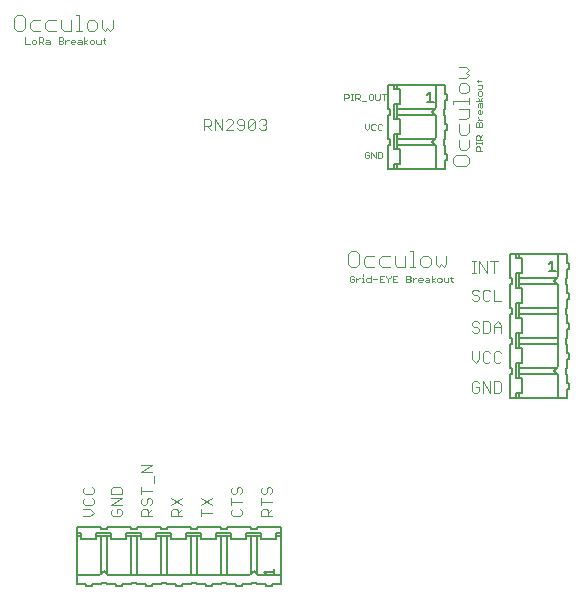
<source format=gto>
G75*
%MOIN*%
%OFA0B0*%
%FSLAX25Y25*%
%IPPOS*%
%LPD*%
%AMOC8*
5,1,8,0,0,1.08239X$1,22.5*
%
%ADD10C,0.00200*%
%ADD11C,0.00300*%
%ADD12C,0.00400*%
%ADD13C,0.00600*%
%ADD14C,0.00500*%
D10*
X0599058Y0170617D02*
X0599058Y0172819D01*
X0600159Y0172819D01*
X0600526Y0172452D01*
X0600526Y0171718D01*
X0600159Y0171351D01*
X0599058Y0171351D01*
X0601268Y0170617D02*
X0602002Y0170617D01*
X0601635Y0170617D02*
X0601635Y0172819D01*
X0601268Y0172819D02*
X0602002Y0172819D01*
X0602741Y0172819D02*
X0603842Y0172819D01*
X0604209Y0172452D01*
X0604209Y0171718D01*
X0603842Y0171351D01*
X0602741Y0171351D01*
X0602741Y0170617D02*
X0602741Y0172819D01*
X0603475Y0171351D02*
X0604209Y0170617D01*
X0604951Y0170250D02*
X0606419Y0170250D01*
X0607161Y0170984D02*
X0607528Y0170617D01*
X0608262Y0170617D01*
X0608629Y0170984D01*
X0608629Y0172452D01*
X0608262Y0172819D01*
X0607528Y0172819D01*
X0607161Y0172452D01*
X0607161Y0170984D01*
X0609371Y0170984D02*
X0609371Y0172819D01*
X0610839Y0172819D02*
X0610839Y0170984D01*
X0610472Y0170617D01*
X0609738Y0170617D01*
X0609371Y0170984D01*
X0611581Y0172819D02*
X0613049Y0172819D01*
X0612315Y0172819D02*
X0612315Y0170617D01*
X0611454Y0162819D02*
X0610720Y0162819D01*
X0610353Y0162452D01*
X0610353Y0160984D01*
X0610720Y0160617D01*
X0611454Y0160617D01*
X0611821Y0160984D01*
X0611821Y0162452D02*
X0611454Y0162819D01*
X0609611Y0162452D02*
X0609244Y0162819D01*
X0608510Y0162819D01*
X0608143Y0162452D01*
X0608143Y0160984D01*
X0608510Y0160617D01*
X0609244Y0160617D01*
X0609611Y0160984D01*
X0607401Y0161351D02*
X0607401Y0162819D01*
X0605933Y0162819D02*
X0605933Y0161351D01*
X0606667Y0160617D01*
X0607401Y0161351D01*
X0607034Y0153444D02*
X0606300Y0153444D01*
X0605933Y0153077D01*
X0605933Y0151609D01*
X0606300Y0151242D01*
X0607034Y0151242D01*
X0607401Y0151609D01*
X0607401Y0152343D01*
X0606667Y0152343D01*
X0607401Y0153077D02*
X0607034Y0153444D01*
X0608143Y0153444D02*
X0609611Y0151242D01*
X0609611Y0153444D01*
X0610353Y0153444D02*
X0611454Y0153444D01*
X0611821Y0153077D01*
X0611821Y0151609D01*
X0611454Y0151242D01*
X0610353Y0151242D01*
X0610353Y0153444D01*
X0608143Y0153444D02*
X0608143Y0151242D01*
X0642906Y0153742D02*
X0642906Y0154843D01*
X0643273Y0155210D01*
X0644007Y0155210D01*
X0644374Y0154843D01*
X0644374Y0153742D01*
X0645108Y0153742D02*
X0642906Y0153742D01*
X0642906Y0155952D02*
X0642906Y0156685D01*
X0642906Y0156319D02*
X0645108Y0156319D01*
X0645108Y0156685D02*
X0645108Y0155952D01*
X0645108Y0157425D02*
X0642906Y0157425D01*
X0642906Y0158526D01*
X0643273Y0158893D01*
X0644007Y0158893D01*
X0644374Y0158526D01*
X0644374Y0157425D01*
X0644374Y0158159D02*
X0645108Y0158893D01*
X0645108Y0161845D02*
X0645108Y0162945D01*
X0644741Y0163312D01*
X0644374Y0163312D01*
X0644007Y0162945D01*
X0644007Y0161845D01*
X0644007Y0162945D02*
X0643640Y0163312D01*
X0643273Y0163312D01*
X0642906Y0162945D01*
X0642906Y0161845D01*
X0645108Y0161845D01*
X0645108Y0164054D02*
X0643640Y0164054D01*
X0644374Y0164054D02*
X0643640Y0164788D01*
X0643640Y0165155D01*
X0644007Y0165896D02*
X0643640Y0166263D01*
X0643640Y0166997D01*
X0644007Y0167364D01*
X0644374Y0167364D01*
X0644374Y0165896D01*
X0644741Y0165896D02*
X0644007Y0165896D01*
X0644741Y0165896D02*
X0645108Y0166263D01*
X0645108Y0166997D01*
X0644741Y0168106D02*
X0644374Y0168473D01*
X0644374Y0169574D01*
X0644007Y0169574D02*
X0645108Y0169574D01*
X0645108Y0168473D01*
X0644741Y0168106D01*
X0643640Y0168473D02*
X0643640Y0169207D01*
X0644007Y0169574D01*
X0644374Y0170316D02*
X0643640Y0171417D01*
X0644007Y0172157D02*
X0644741Y0172157D01*
X0645108Y0172524D01*
X0645108Y0173258D01*
X0644741Y0173625D01*
X0644007Y0173625D01*
X0643640Y0173258D01*
X0643640Y0172524D01*
X0644007Y0172157D01*
X0645108Y0171417D02*
X0644374Y0170316D01*
X0645108Y0170316D02*
X0642906Y0170316D01*
X0643640Y0174367D02*
X0644741Y0174367D01*
X0645108Y0174734D01*
X0645108Y0175835D01*
X0643640Y0175835D01*
X0643640Y0176577D02*
X0643640Y0177311D01*
X0643273Y0176944D02*
X0644741Y0176944D01*
X0645108Y0177311D01*
X0519324Y0189367D02*
X0518957Y0189734D01*
X0518957Y0191202D01*
X0518590Y0190835D02*
X0519324Y0190835D01*
X0517848Y0190835D02*
X0517848Y0189367D01*
X0516747Y0189367D01*
X0516380Y0189734D01*
X0516380Y0190835D01*
X0515638Y0190468D02*
X0515271Y0190835D01*
X0514537Y0190835D01*
X0514171Y0190468D01*
X0514171Y0189734D01*
X0514537Y0189367D01*
X0515271Y0189367D01*
X0515638Y0189734D01*
X0515638Y0190468D01*
X0513430Y0190835D02*
X0512329Y0190101D01*
X0513430Y0189367D01*
X0512329Y0189367D02*
X0512329Y0191569D01*
X0511587Y0190468D02*
X0511587Y0189367D01*
X0510486Y0189367D01*
X0510119Y0189734D01*
X0510486Y0190101D01*
X0511587Y0190101D01*
X0511587Y0190468D02*
X0511220Y0190835D01*
X0510486Y0190835D01*
X0509377Y0190468D02*
X0509377Y0190101D01*
X0507909Y0190101D01*
X0507909Y0189734D02*
X0507909Y0190468D01*
X0508276Y0190835D01*
X0509010Y0190835D01*
X0509377Y0190468D01*
X0509010Y0189367D02*
X0508276Y0189367D01*
X0507909Y0189734D01*
X0507169Y0190835D02*
X0506802Y0190835D01*
X0506068Y0190101D01*
X0506068Y0189367D02*
X0506068Y0190835D01*
X0505326Y0190835D02*
X0504959Y0190468D01*
X0503858Y0190468D01*
X0503858Y0191569D02*
X0504959Y0191569D01*
X0505326Y0191202D01*
X0505326Y0190835D01*
X0504959Y0190468D02*
X0505326Y0190101D01*
X0505326Y0189734D01*
X0504959Y0189367D01*
X0503858Y0189367D01*
X0503858Y0191569D01*
X0500906Y0190468D02*
X0500906Y0189367D01*
X0499805Y0189367D01*
X0499438Y0189734D01*
X0499805Y0190101D01*
X0500906Y0190101D01*
X0500906Y0190468D02*
X0500539Y0190835D01*
X0499805Y0190835D01*
X0498696Y0191202D02*
X0498696Y0190468D01*
X0498329Y0190101D01*
X0497228Y0190101D01*
X0497962Y0190101D02*
X0498696Y0189367D01*
X0497228Y0189367D02*
X0497228Y0191569D01*
X0498329Y0191569D01*
X0498696Y0191202D01*
X0496486Y0190468D02*
X0496486Y0189734D01*
X0496119Y0189367D01*
X0495385Y0189367D01*
X0495018Y0189734D01*
X0495018Y0190468D01*
X0495385Y0190835D01*
X0496119Y0190835D01*
X0496486Y0190468D01*
X0494276Y0189367D02*
X0492808Y0189367D01*
X0492808Y0191569D01*
X0600933Y0111827D02*
X0600933Y0110359D01*
X0601300Y0109992D01*
X0602034Y0109992D01*
X0602401Y0110359D01*
X0602401Y0111093D01*
X0601667Y0111093D01*
X0600933Y0111827D02*
X0601300Y0112194D01*
X0602034Y0112194D01*
X0602401Y0111827D01*
X0603143Y0111460D02*
X0603143Y0109992D01*
X0603143Y0110726D02*
X0603877Y0111460D01*
X0604244Y0111460D01*
X0604985Y0111460D02*
X0605352Y0111460D01*
X0605352Y0109992D01*
X0604985Y0109992D02*
X0605719Y0109992D01*
X0606458Y0110359D02*
X0606458Y0111093D01*
X0606825Y0111460D01*
X0607926Y0111460D01*
X0607926Y0112194D02*
X0607926Y0109992D01*
X0606825Y0109992D01*
X0606458Y0110359D01*
X0605352Y0112194D02*
X0605352Y0112561D01*
X0608668Y0111093D02*
X0610136Y0111093D01*
X0610878Y0111093D02*
X0611612Y0111093D01*
X0612346Y0112194D02*
X0610878Y0112194D01*
X0610878Y0109992D01*
X0612346Y0109992D01*
X0613822Y0109992D02*
X0613822Y0111093D01*
X0614556Y0111827D01*
X0614556Y0112194D01*
X0615298Y0112194D02*
X0615298Y0109992D01*
X0616765Y0109992D01*
X0616032Y0111093D02*
X0615298Y0111093D01*
X0615298Y0112194D02*
X0616765Y0112194D01*
X0619717Y0112194D02*
X0620818Y0112194D01*
X0621185Y0111827D01*
X0621185Y0111460D01*
X0620818Y0111093D01*
X0619717Y0111093D01*
X0619717Y0109992D02*
X0619717Y0112194D01*
X0620818Y0111093D02*
X0621185Y0110726D01*
X0621185Y0110359D01*
X0620818Y0109992D01*
X0619717Y0109992D01*
X0621927Y0109992D02*
X0621927Y0111460D01*
X0622661Y0111460D02*
X0623028Y0111460D01*
X0622661Y0111460D02*
X0621927Y0110726D01*
X0623769Y0110726D02*
X0625237Y0110726D01*
X0625237Y0111093D01*
X0624870Y0111460D01*
X0624136Y0111460D01*
X0623769Y0111093D01*
X0623769Y0110359D01*
X0624136Y0109992D01*
X0624870Y0109992D01*
X0625979Y0110359D02*
X0626346Y0110726D01*
X0627447Y0110726D01*
X0627447Y0111093D02*
X0627447Y0109992D01*
X0626346Y0109992D01*
X0625979Y0110359D01*
X0626346Y0111460D02*
X0627080Y0111460D01*
X0627447Y0111093D01*
X0628189Y0110726D02*
X0629289Y0111460D01*
X0630030Y0111093D02*
X0630030Y0110359D01*
X0630397Y0109992D01*
X0631131Y0109992D01*
X0631498Y0110359D01*
X0631498Y0111093D01*
X0631131Y0111460D01*
X0630397Y0111460D01*
X0630030Y0111093D01*
X0629289Y0109992D02*
X0628189Y0110726D01*
X0628189Y0109992D02*
X0628189Y0112194D01*
X0632240Y0111460D02*
X0632240Y0110359D01*
X0632607Y0109992D01*
X0633708Y0109992D01*
X0633708Y0111460D01*
X0634450Y0111460D02*
X0635184Y0111460D01*
X0634817Y0111827D02*
X0634817Y0110359D01*
X0635184Y0109992D01*
X0613822Y0111093D02*
X0613088Y0111827D01*
X0613088Y0112194D01*
D11*
X0641608Y0113167D02*
X0642843Y0113167D01*
X0642226Y0113167D02*
X0642226Y0116870D01*
X0642843Y0116870D02*
X0641608Y0116870D01*
X0644064Y0116870D02*
X0646533Y0113167D01*
X0646533Y0116870D01*
X0647747Y0116870D02*
X0650216Y0116870D01*
X0648981Y0116870D02*
X0648981Y0113167D01*
X0644064Y0113167D02*
X0644064Y0116870D01*
X0643460Y0107495D02*
X0642226Y0107495D01*
X0641608Y0106878D01*
X0641608Y0106260D01*
X0642226Y0105643D01*
X0643460Y0105643D01*
X0644077Y0105026D01*
X0644077Y0104409D01*
X0643460Y0103792D01*
X0642226Y0103792D01*
X0641608Y0104409D01*
X0645291Y0104409D02*
X0645909Y0103792D01*
X0647143Y0103792D01*
X0647760Y0104409D01*
X0648975Y0103792D02*
X0651443Y0103792D01*
X0648975Y0103792D02*
X0648975Y0107495D01*
X0647760Y0106878D02*
X0647143Y0107495D01*
X0645909Y0107495D01*
X0645291Y0106878D01*
X0645291Y0104409D01*
X0644077Y0106878D02*
X0643460Y0107495D01*
X0643460Y0096870D02*
X0642226Y0096870D01*
X0641608Y0096253D01*
X0641608Y0095635D01*
X0642226Y0095018D01*
X0643460Y0095018D01*
X0644077Y0094401D01*
X0644077Y0093784D01*
X0643460Y0093167D01*
X0642226Y0093167D01*
X0641608Y0093784D01*
X0645291Y0093167D02*
X0647143Y0093167D01*
X0647760Y0093784D01*
X0647760Y0096253D01*
X0647143Y0096870D01*
X0645291Y0096870D01*
X0645291Y0093167D01*
X0648975Y0093167D02*
X0648975Y0095635D01*
X0650209Y0096870D01*
X0651443Y0095635D01*
X0651443Y0093167D01*
X0651443Y0095018D02*
X0648975Y0095018D01*
X0644077Y0096253D02*
X0643460Y0096870D01*
X0644077Y0086870D02*
X0644077Y0084401D01*
X0642843Y0083167D01*
X0641608Y0084401D01*
X0641608Y0086870D01*
X0645291Y0086253D02*
X0645291Y0083784D01*
X0645909Y0083167D01*
X0647143Y0083167D01*
X0647760Y0083784D01*
X0648975Y0083784D02*
X0649592Y0083167D01*
X0650826Y0083167D01*
X0651443Y0083784D01*
X0648975Y0083784D02*
X0648975Y0086253D01*
X0649592Y0086870D01*
X0650826Y0086870D01*
X0651443Y0086253D01*
X0647760Y0086253D02*
X0647143Y0086870D01*
X0645909Y0086870D01*
X0645291Y0086253D01*
X0645291Y0076870D02*
X0647760Y0073167D01*
X0647760Y0076870D01*
X0648975Y0076870D02*
X0650826Y0076870D01*
X0651443Y0076253D01*
X0651443Y0073784D01*
X0650826Y0073167D01*
X0648975Y0073167D01*
X0648975Y0076870D01*
X0645291Y0076870D02*
X0645291Y0073167D01*
X0644077Y0073784D02*
X0643460Y0073167D01*
X0642226Y0073167D01*
X0641608Y0073784D01*
X0641608Y0076253D01*
X0642226Y0076870D01*
X0643460Y0076870D01*
X0644077Y0076253D01*
X0644077Y0075018D02*
X0642843Y0075018D01*
X0644077Y0075018D02*
X0644077Y0073784D01*
X0575058Y0041135D02*
X0575058Y0039900D01*
X0574441Y0039283D01*
X0573207Y0039900D02*
X0573207Y0041135D01*
X0573824Y0041752D01*
X0574441Y0041752D01*
X0575058Y0041135D01*
X0573207Y0039900D02*
X0572590Y0039283D01*
X0571972Y0039283D01*
X0571355Y0039900D01*
X0571355Y0041135D01*
X0571972Y0041752D01*
X0571355Y0038069D02*
X0571355Y0035600D01*
X0571355Y0036834D02*
X0575058Y0036834D01*
X0575058Y0034385D02*
X0573824Y0033151D01*
X0573824Y0033768D02*
X0573824Y0031917D01*
X0575058Y0031917D02*
X0571355Y0031917D01*
X0571355Y0033768D01*
X0571972Y0034385D01*
X0573207Y0034385D01*
X0573824Y0033768D01*
X0565058Y0033768D02*
X0565058Y0032534D01*
X0564441Y0031917D01*
X0561972Y0031917D01*
X0561355Y0032534D01*
X0561355Y0033768D01*
X0561972Y0034385D01*
X0561355Y0035600D02*
X0561355Y0038069D01*
X0561355Y0036834D02*
X0565058Y0036834D01*
X0564441Y0034385D02*
X0565058Y0033768D01*
X0555058Y0033151D02*
X0551355Y0033151D01*
X0551355Y0031917D02*
X0551355Y0034385D01*
X0551355Y0035600D02*
X0555058Y0038069D01*
X0555058Y0035600D02*
X0551355Y0038069D01*
X0545058Y0038069D02*
X0541355Y0035600D01*
X0541972Y0034385D02*
X0543207Y0034385D01*
X0543824Y0033768D01*
X0543824Y0031917D01*
X0543824Y0033151D02*
X0545058Y0034385D01*
X0545058Y0035600D02*
X0541355Y0038069D01*
X0535058Y0037451D02*
X0535058Y0036217D01*
X0534441Y0035600D01*
X0535058Y0034385D02*
X0533824Y0033151D01*
X0533824Y0033768D02*
X0533824Y0031917D01*
X0535058Y0031917D02*
X0531355Y0031917D01*
X0531355Y0033768D01*
X0531972Y0034385D01*
X0533207Y0034385D01*
X0533824Y0033768D01*
X0532590Y0035600D02*
X0533207Y0036217D01*
X0533207Y0037451D01*
X0533824Y0038069D01*
X0534441Y0038069D01*
X0535058Y0037451D01*
X0532590Y0035600D02*
X0531972Y0035600D01*
X0531355Y0036217D01*
X0531355Y0037451D01*
X0531972Y0038069D01*
X0531355Y0039283D02*
X0531355Y0041752D01*
X0531355Y0040517D02*
X0535058Y0040517D01*
X0535676Y0042966D02*
X0535676Y0045435D01*
X0535058Y0046649D02*
X0531355Y0046649D01*
X0535058Y0049118D01*
X0531355Y0049118D01*
X0524441Y0041752D02*
X0521972Y0041752D01*
X0521355Y0041135D01*
X0521355Y0039283D01*
X0525058Y0039283D01*
X0525058Y0041135D01*
X0524441Y0041752D01*
X0525058Y0038069D02*
X0521355Y0038069D01*
X0521355Y0035600D02*
X0525058Y0038069D01*
X0525058Y0035600D02*
X0521355Y0035600D01*
X0521972Y0034385D02*
X0521355Y0033768D01*
X0521355Y0032534D01*
X0521972Y0031917D01*
X0524441Y0031917D01*
X0525058Y0032534D01*
X0525058Y0033768D01*
X0524441Y0034385D01*
X0523207Y0034385D01*
X0523207Y0033151D01*
X0515683Y0033151D02*
X0514449Y0034385D01*
X0511980Y0034385D01*
X0512597Y0035600D02*
X0511980Y0036217D01*
X0511980Y0037451D01*
X0512597Y0038069D01*
X0512597Y0039283D02*
X0515066Y0039283D01*
X0515683Y0039900D01*
X0515683Y0041135D01*
X0515066Y0041752D01*
X0512597Y0041752D02*
X0511980Y0041135D01*
X0511980Y0039900D01*
X0512597Y0039283D01*
X0515066Y0038069D02*
X0515683Y0037451D01*
X0515683Y0036217D01*
X0515066Y0035600D01*
X0512597Y0035600D01*
X0511980Y0031917D02*
X0514449Y0031917D01*
X0515683Y0033151D01*
X0541355Y0033768D02*
X0541355Y0031917D01*
X0545058Y0031917D01*
X0541972Y0034385D02*
X0541355Y0033768D01*
X0561355Y0039900D02*
X0561972Y0039283D01*
X0562590Y0039283D01*
X0563207Y0039900D01*
X0563207Y0041135D01*
X0563824Y0041752D01*
X0564441Y0041752D01*
X0565058Y0041135D01*
X0565058Y0039900D01*
X0564441Y0039283D01*
X0561355Y0039900D02*
X0561355Y0041135D01*
X0561972Y0041752D01*
X0562068Y0160667D02*
X0559600Y0160667D01*
X0562068Y0163135D01*
X0562068Y0163753D01*
X0561451Y0164370D01*
X0560217Y0164370D01*
X0559600Y0163753D01*
X0558385Y0164370D02*
X0558385Y0160667D01*
X0555916Y0164370D01*
X0555916Y0160667D01*
X0554702Y0160667D02*
X0553468Y0161901D01*
X0554085Y0161901D02*
X0552233Y0161901D01*
X0552233Y0160667D02*
X0552233Y0164370D01*
X0554085Y0164370D01*
X0554702Y0163753D01*
X0554702Y0162518D01*
X0554085Y0161901D01*
X0563283Y0161284D02*
X0563900Y0160667D01*
X0565134Y0160667D01*
X0565752Y0161284D01*
X0565752Y0163753D01*
X0565134Y0164370D01*
X0563900Y0164370D01*
X0563283Y0163753D01*
X0563283Y0163135D01*
X0563900Y0162518D01*
X0565752Y0162518D01*
X0566966Y0161284D02*
X0567583Y0160667D01*
X0568817Y0160667D01*
X0569435Y0161284D01*
X0569435Y0163753D01*
X0566966Y0161284D01*
X0566966Y0163753D01*
X0567583Y0164370D01*
X0568817Y0164370D01*
X0569435Y0163753D01*
X0570649Y0163753D02*
X0571266Y0164370D01*
X0572501Y0164370D01*
X0573118Y0163753D01*
X0573118Y0163135D01*
X0572501Y0162518D01*
X0573118Y0161901D01*
X0573118Y0161284D01*
X0572501Y0160667D01*
X0571266Y0160667D01*
X0570649Y0161284D01*
X0571883Y0162518D02*
X0572501Y0162518D01*
D12*
X0635429Y0169467D02*
X0635429Y0170335D01*
X0640633Y0170335D01*
X0640633Y0171202D02*
X0640633Y0169467D01*
X0640633Y0167780D02*
X0637164Y0167780D01*
X0640633Y0167780D02*
X0640633Y0165178D01*
X0639766Y0164311D01*
X0637164Y0164311D01*
X0637164Y0162624D02*
X0637164Y0160022D01*
X0638031Y0159154D01*
X0639766Y0159154D01*
X0640633Y0160022D01*
X0640633Y0162624D01*
X0640633Y0157468D02*
X0640633Y0154865D01*
X0639766Y0153998D01*
X0638031Y0153998D01*
X0637164Y0154865D01*
X0637164Y0157468D01*
X0636296Y0152311D02*
X0635429Y0151444D01*
X0635429Y0149709D01*
X0636296Y0148842D01*
X0639766Y0148842D01*
X0640633Y0149709D01*
X0640633Y0151444D01*
X0639766Y0152311D01*
X0636296Y0152311D01*
X0638031Y0172905D02*
X0639766Y0172905D01*
X0640633Y0173772D01*
X0640633Y0175507D01*
X0639766Y0176374D01*
X0638031Y0176374D01*
X0637164Y0175507D01*
X0637164Y0173772D01*
X0638031Y0172905D01*
X0637164Y0178061D02*
X0639766Y0178061D01*
X0640633Y0178929D01*
X0639766Y0179796D01*
X0640633Y0180663D01*
X0639766Y0181531D01*
X0637164Y0181531D01*
X0521848Y0194709D02*
X0520980Y0193842D01*
X0520113Y0194709D01*
X0519245Y0193842D01*
X0518378Y0194709D01*
X0518378Y0197311D01*
X0516691Y0196444D02*
X0515824Y0197311D01*
X0514089Y0197311D01*
X0513222Y0196444D01*
X0513222Y0194709D01*
X0514089Y0193842D01*
X0515824Y0193842D01*
X0516691Y0194709D01*
X0516691Y0196444D01*
X0521848Y0197311D02*
X0521848Y0194709D01*
X0511519Y0193842D02*
X0509784Y0193842D01*
X0510651Y0193842D02*
X0510651Y0199046D01*
X0509784Y0199046D01*
X0508097Y0197311D02*
X0508097Y0193842D01*
X0505495Y0193842D01*
X0504628Y0194709D01*
X0504628Y0197311D01*
X0502941Y0197311D02*
X0500339Y0197311D01*
X0499471Y0196444D01*
X0499471Y0194709D01*
X0500339Y0193842D01*
X0502941Y0193842D01*
X0497784Y0193842D02*
X0495182Y0193842D01*
X0494315Y0194709D01*
X0494315Y0196444D01*
X0495182Y0197311D01*
X0497784Y0197311D01*
X0492628Y0198179D02*
X0491761Y0199046D01*
X0490026Y0199046D01*
X0489158Y0198179D01*
X0489158Y0194709D01*
X0490026Y0193842D01*
X0491761Y0193842D01*
X0492628Y0194709D01*
X0492628Y0198179D01*
X0600408Y0119429D02*
X0600408Y0115959D01*
X0601276Y0115092D01*
X0603011Y0115092D01*
X0603878Y0115959D01*
X0603878Y0119429D01*
X0603011Y0120296D01*
X0601276Y0120296D01*
X0600408Y0119429D01*
X0605565Y0117694D02*
X0605565Y0115959D01*
X0606432Y0115092D01*
X0609034Y0115092D01*
X0610721Y0115959D02*
X0611589Y0115092D01*
X0614191Y0115092D01*
X0615878Y0115959D02*
X0615878Y0118561D01*
X0614191Y0118561D02*
X0611589Y0118561D01*
X0610721Y0117694D01*
X0610721Y0115959D01*
X0609034Y0118561D02*
X0606432Y0118561D01*
X0605565Y0117694D01*
X0615878Y0115959D02*
X0616745Y0115092D01*
X0619347Y0115092D01*
X0619347Y0118561D01*
X0621034Y0120296D02*
X0621901Y0120296D01*
X0621901Y0115092D01*
X0621034Y0115092D02*
X0622769Y0115092D01*
X0624472Y0115959D02*
X0625339Y0115092D01*
X0627074Y0115092D01*
X0627941Y0115959D01*
X0627941Y0117694D01*
X0627074Y0118561D01*
X0625339Y0118561D01*
X0624472Y0117694D01*
X0624472Y0115959D01*
X0629628Y0115959D02*
X0629628Y0118561D01*
X0629628Y0115959D02*
X0630495Y0115092D01*
X0631363Y0115959D01*
X0632230Y0115092D01*
X0633098Y0115959D01*
X0633098Y0118561D01*
D13*
X0512958Y0009267D02*
X0509958Y0009267D01*
X0509958Y0012267D01*
X0509958Y0025267D01*
X0509958Y0026267D01*
X0511458Y0026267D01*
X0511458Y0025267D01*
X0511458Y0024267D01*
X0516458Y0024267D01*
X0516458Y0025267D01*
X0517958Y0025267D01*
X0517958Y0012767D01*
X0517458Y0012267D01*
X0509958Y0012267D01*
X0512958Y0009267D02*
X0512958Y0008767D01*
X0514958Y0008767D01*
X0514958Y0009267D01*
X0517958Y0009267D01*
X0517958Y0009767D01*
X0519958Y0009767D01*
X0519958Y0009267D01*
X0522958Y0009267D01*
X0522958Y0008767D01*
X0524958Y0008767D01*
X0524958Y0009267D01*
X0527958Y0009267D01*
X0527958Y0009767D01*
X0529958Y0009767D01*
X0529958Y0009267D01*
X0532958Y0009267D01*
X0532958Y0008767D01*
X0534958Y0008767D01*
X0534958Y0009267D01*
X0537958Y0009267D01*
X0537958Y0009767D01*
X0539958Y0009767D01*
X0539958Y0009267D01*
X0542958Y0009267D01*
X0542958Y0008767D01*
X0544958Y0008767D01*
X0544958Y0009267D01*
X0547958Y0009267D01*
X0547958Y0009767D01*
X0549958Y0009767D01*
X0549958Y0009267D01*
X0552958Y0009267D01*
X0552958Y0008767D01*
X0554958Y0008767D01*
X0554958Y0009267D01*
X0557958Y0009267D01*
X0557958Y0009767D01*
X0559958Y0009767D01*
X0559958Y0009267D01*
X0562958Y0009267D01*
X0562958Y0008767D01*
X0564958Y0008767D01*
X0564958Y0009267D01*
X0567958Y0009267D01*
X0567958Y0009767D01*
X0569958Y0009767D01*
X0569958Y0009267D01*
X0572958Y0009267D01*
X0572958Y0008767D01*
X0574958Y0008767D01*
X0574958Y0009267D01*
X0577958Y0009267D01*
X0577958Y0012267D01*
X0570458Y0012267D01*
X0569958Y0012767D01*
X0569958Y0025267D01*
X0567958Y0025267D01*
X0567958Y0012767D01*
X0567458Y0012267D01*
X0559958Y0012267D01*
X0559958Y0025267D01*
X0557958Y0025267D01*
X0557958Y0012267D01*
X0549958Y0012267D01*
X0547958Y0012267D01*
X0539958Y0012267D01*
X0537958Y0012267D01*
X0529958Y0012267D01*
X0527958Y0012267D01*
X0520458Y0012267D01*
X0519958Y0012767D01*
X0519958Y0025267D01*
X0517958Y0025267D01*
X0516458Y0025267D02*
X0516458Y0026267D01*
X0521458Y0026267D01*
X0521458Y0025267D01*
X0519958Y0025267D01*
X0521458Y0025267D02*
X0521458Y0024267D01*
X0526458Y0024267D01*
X0526458Y0025267D01*
X0527958Y0025267D01*
X0527958Y0012267D01*
X0529958Y0012267D02*
X0529958Y0025267D01*
X0527958Y0025267D01*
X0526458Y0025267D02*
X0526458Y0026267D01*
X0531458Y0026267D01*
X0531458Y0025267D01*
X0529958Y0025267D01*
X0531458Y0025267D02*
X0531458Y0024267D01*
X0536458Y0024267D01*
X0536458Y0025267D01*
X0537958Y0025267D01*
X0537958Y0012267D01*
X0539958Y0012267D02*
X0539958Y0025267D01*
X0537958Y0025267D01*
X0536458Y0025267D02*
X0536458Y0026267D01*
X0541458Y0026267D01*
X0541458Y0025267D01*
X0539958Y0025267D01*
X0541458Y0025267D02*
X0541458Y0024267D01*
X0546458Y0024267D01*
X0546458Y0025267D01*
X0547958Y0025267D01*
X0549958Y0025267D01*
X0551458Y0025267D01*
X0551458Y0024267D01*
X0556458Y0024267D01*
X0556458Y0025267D01*
X0557958Y0025267D01*
X0556458Y0025267D02*
X0556458Y0026267D01*
X0561458Y0026267D01*
X0561458Y0025267D01*
X0559958Y0025267D01*
X0561458Y0025267D02*
X0561458Y0024267D01*
X0566458Y0024267D01*
X0566458Y0025267D01*
X0567958Y0025267D01*
X0566458Y0025267D02*
X0566458Y0026267D01*
X0571458Y0026267D01*
X0571458Y0025267D01*
X0569958Y0025267D01*
X0571458Y0025267D02*
X0571458Y0024267D01*
X0576458Y0024267D01*
X0576458Y0025267D01*
X0577958Y0025267D01*
X0577958Y0026267D01*
X0576458Y0026267D01*
X0576458Y0025267D01*
X0577958Y0025267D02*
X0577958Y0012267D01*
X0569958Y0012767D02*
X0568958Y0013767D01*
X0567958Y0012767D01*
X0559958Y0012267D02*
X0557958Y0012267D01*
X0549958Y0012267D02*
X0549958Y0025267D01*
X0551458Y0025267D02*
X0551458Y0026267D01*
X0546458Y0026267D01*
X0546458Y0025267D01*
X0547958Y0025267D02*
X0547958Y0012267D01*
X0519958Y0012767D02*
X0518958Y0013767D01*
X0517958Y0012767D01*
X0511458Y0025267D02*
X0509958Y0025267D01*
X0509958Y0026267D02*
X0509958Y0028267D01*
X0517958Y0028267D01*
X0517958Y0027767D01*
X0519958Y0027767D01*
X0519958Y0028267D01*
X0527958Y0028267D01*
X0527958Y0027767D01*
X0529958Y0027767D01*
X0529958Y0028267D01*
X0537958Y0028267D01*
X0537958Y0027767D01*
X0539958Y0027767D01*
X0539958Y0028267D01*
X0547958Y0028267D01*
X0547958Y0027767D01*
X0549958Y0027767D01*
X0549958Y0028267D01*
X0557958Y0028267D01*
X0557958Y0027767D01*
X0559958Y0027767D01*
X0559958Y0028267D01*
X0567958Y0028267D01*
X0567958Y0027767D01*
X0569958Y0027767D01*
X0569958Y0028267D01*
X0577958Y0028267D01*
X0577958Y0026267D01*
X0654333Y0071517D02*
X0656333Y0071517D01*
X0657333Y0071517D01*
X0657333Y0073017D01*
X0658333Y0073017D01*
X0658333Y0078017D01*
X0657333Y0078017D01*
X0657333Y0079517D01*
X0669833Y0079517D01*
X0670333Y0079017D01*
X0670333Y0071517D01*
X0657333Y0071517D01*
X0656333Y0071517D02*
X0656333Y0073017D01*
X0657333Y0073017D01*
X0654333Y0071517D02*
X0654333Y0079517D01*
X0654833Y0079517D01*
X0654833Y0081517D01*
X0654333Y0081517D01*
X0654333Y0089517D01*
X0654833Y0089517D01*
X0654833Y0091517D01*
X0654333Y0091517D01*
X0654333Y0099517D01*
X0654833Y0099517D01*
X0654833Y0101517D01*
X0654333Y0101517D01*
X0654333Y0109517D01*
X0654833Y0109517D01*
X0654833Y0111517D01*
X0654333Y0111517D01*
X0654333Y0119517D01*
X0656333Y0119517D01*
X0657333Y0119517D01*
X0657333Y0118017D01*
X0658333Y0118017D01*
X0658333Y0113017D01*
X0657333Y0113017D01*
X0657333Y0111517D01*
X0669833Y0111517D01*
X0668833Y0110517D01*
X0669833Y0109517D01*
X0657333Y0109517D01*
X0657333Y0108017D01*
X0658333Y0108017D01*
X0658333Y0103017D01*
X0657333Y0103017D01*
X0657333Y0101517D01*
X0670333Y0101517D01*
X0670333Y0099517D01*
X0670333Y0091517D01*
X0670333Y0089517D01*
X0670333Y0082017D01*
X0669833Y0081517D01*
X0657333Y0081517D01*
X0657333Y0079517D01*
X0657333Y0078017D02*
X0656333Y0078017D01*
X0656333Y0083017D01*
X0657333Y0083017D01*
X0657333Y0081517D01*
X0657333Y0083017D02*
X0658333Y0083017D01*
X0658333Y0088017D01*
X0657333Y0088017D01*
X0657333Y0089517D01*
X0657333Y0091517D01*
X0657333Y0093017D01*
X0658333Y0093017D01*
X0658333Y0098017D01*
X0657333Y0098017D01*
X0657333Y0099517D01*
X0670333Y0099517D01*
X0670333Y0101517D02*
X0670333Y0109017D01*
X0669833Y0109517D01*
X0669833Y0111517D02*
X0670333Y0112017D01*
X0670333Y0119517D01*
X0657333Y0119517D01*
X0656333Y0119517D02*
X0656333Y0118017D01*
X0657333Y0118017D01*
X0657333Y0113017D02*
X0656333Y0113017D01*
X0656333Y0108017D01*
X0657333Y0108017D01*
X0657333Y0109517D02*
X0657333Y0111517D01*
X0672833Y0111517D02*
X0672833Y0109517D01*
X0673333Y0109517D01*
X0673333Y0106517D01*
X0673833Y0106517D01*
X0673833Y0104517D01*
X0673333Y0104517D01*
X0673333Y0101517D01*
X0672833Y0101517D01*
X0672833Y0099517D01*
X0673333Y0099517D01*
X0673333Y0096517D01*
X0673833Y0096517D01*
X0673833Y0094517D01*
X0673333Y0094517D01*
X0673333Y0091517D01*
X0672833Y0091517D01*
X0672833Y0089517D01*
X0673333Y0089517D01*
X0673333Y0086517D01*
X0673833Y0086517D01*
X0673833Y0084517D01*
X0673333Y0084517D01*
X0673333Y0081517D01*
X0672833Y0081517D01*
X0672833Y0079517D01*
X0673333Y0079517D01*
X0673333Y0076517D01*
X0673833Y0076517D01*
X0673833Y0074517D01*
X0673333Y0074517D01*
X0673333Y0071517D01*
X0670333Y0071517D01*
X0669833Y0079517D02*
X0668833Y0080517D01*
X0669833Y0081517D01*
X0670333Y0089517D02*
X0657333Y0089517D01*
X0657333Y0088017D02*
X0656333Y0088017D01*
X0656333Y0093017D01*
X0657333Y0093017D01*
X0657333Y0091517D02*
X0670333Y0091517D01*
X0657333Y0098017D02*
X0656333Y0098017D01*
X0656333Y0103017D01*
X0657333Y0103017D01*
X0657333Y0101517D02*
X0657333Y0099517D01*
X0672833Y0111517D02*
X0673333Y0111517D01*
X0673333Y0114517D01*
X0673833Y0114517D01*
X0673833Y0116517D01*
X0673333Y0116517D01*
X0673333Y0119517D01*
X0670333Y0119517D01*
X0632708Y0147767D02*
X0632708Y0150767D01*
X0633208Y0150767D01*
X0633208Y0152767D01*
X0632708Y0152767D01*
X0632708Y0155767D01*
X0632208Y0155767D01*
X0632208Y0157767D01*
X0632708Y0157767D01*
X0632708Y0160767D01*
X0633208Y0160767D01*
X0633208Y0162767D01*
X0632708Y0162767D01*
X0632708Y0165767D01*
X0632208Y0165767D01*
X0632208Y0167767D01*
X0632708Y0167767D01*
X0632708Y0170767D01*
X0633208Y0170767D01*
X0633208Y0172767D01*
X0632708Y0172767D01*
X0632708Y0175767D01*
X0629708Y0175767D01*
X0629708Y0168267D01*
X0629208Y0167767D01*
X0616708Y0167767D01*
X0616708Y0165767D01*
X0629208Y0165767D01*
X0629708Y0165267D01*
X0629708Y0158267D01*
X0629208Y0157767D01*
X0616708Y0157767D01*
X0616708Y0155767D01*
X0629208Y0155767D01*
X0629708Y0155267D01*
X0629708Y0147767D01*
X0616708Y0147767D01*
X0615708Y0147767D01*
X0615708Y0149267D01*
X0616708Y0149267D01*
X0617708Y0149267D01*
X0617708Y0154267D01*
X0616708Y0154267D01*
X0616708Y0155767D01*
X0616708Y0154267D02*
X0615708Y0154267D01*
X0615708Y0159267D01*
X0616708Y0159267D01*
X0616708Y0157767D01*
X0616708Y0159267D02*
X0617708Y0159267D01*
X0617708Y0164267D01*
X0616708Y0164267D01*
X0616708Y0165767D01*
X0616708Y0164267D02*
X0615708Y0164267D01*
X0615708Y0169267D01*
X0616708Y0169267D01*
X0616708Y0167767D01*
X0616708Y0169267D02*
X0617708Y0169267D01*
X0617708Y0174267D01*
X0616708Y0174267D01*
X0616708Y0175767D01*
X0615708Y0175767D01*
X0615708Y0174267D01*
X0616708Y0174267D01*
X0616708Y0175767D02*
X0629708Y0175767D01*
X0615708Y0175767D02*
X0613708Y0175767D01*
X0613708Y0167767D01*
X0614208Y0167767D01*
X0614208Y0165767D01*
X0613708Y0165767D01*
X0613708Y0157767D01*
X0614208Y0157767D01*
X0614208Y0155767D01*
X0613708Y0155767D01*
X0613708Y0147767D01*
X0615708Y0147767D01*
X0616708Y0147767D02*
X0616708Y0149267D01*
X0629708Y0147767D02*
X0632708Y0147767D01*
X0629208Y0155767D02*
X0628208Y0156767D01*
X0629208Y0157767D01*
X0629208Y0165767D02*
X0628208Y0166767D01*
X0629208Y0167767D01*
D14*
X0628927Y0170017D02*
X0626658Y0170017D01*
X0627793Y0170017D02*
X0627793Y0173420D01*
X0626658Y0172285D01*
X0668418Y0117170D02*
X0668418Y0113767D01*
X0669552Y0113767D02*
X0667283Y0113767D01*
X0667283Y0116035D02*
X0668418Y0117170D01*
X0575608Y0014494D02*
X0575608Y0012226D01*
X0575608Y0013360D02*
X0572205Y0013360D01*
X0573340Y0012226D01*
M02*

</source>
